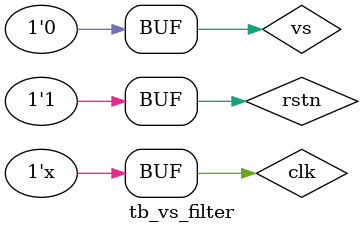
<source format=v>
`timescale 1ns / 1ps


module tb_vs_filter(

    );

reg clk ;
reg rstn ;
reg vs ;

always #0.5 clk = ~clk ;

initial begin
    clk  = 0 ;
    rstn = 0 ;
    vs   = 0 ;
    
    
    #200.6;
    rstn =  1;
    
    #500 ;
    
    vs = 1 ;
    #20;
    vs = 0 ;
    #2000;
    
    vs = 1 ;
    #20;
    vs = 0 ;
    #2000;
    
    vs = 1 ;
    #20;
    vs = 0 ;
    #2000;
    
    
    vs = 1 ;
    #20;
    vs = 0 ;
    #2000;
    
    vs = 1 ;
    #20;
    vs = 0 ;
    #2050; 
    

    vs = 1 ;
    #20;
    vs = 0 ;
    #2000; 


    vs = 1 ;
    #20;
    vs = 0 ;
    #2051; 
    
    
    vs = 1 ;
    #20;
    vs = 0 ;
    #2000;   
    
    
    vs = 1 ;
    #20;
    vs = 0 ;
    #2000; 


    vs = 1 ;
    #20;
    vs = 0 ;
    #2000; 


    vs = 1 ;
    #20;
    vs = 0 ;
    #2000; 


    vs = 1 ;
    #20;
    vs = 0 ;
    #2000; 



    vs = 1 ;
    #20;
    vs = 0 ;
    #2000;     
  
    vs = 1 ;
    #20;
    vs = 0 ;
    #2000;  
    
        vs = 1 ;
    #20;
    vs = 0 ;
    #2000;  
    
    
    
    vs = 1 ;
    #20;
    vs = 0 ;
    #2000;  
    
    
    vs = 1 ;
    #20;
    vs = 0 ;
    #2000;  



    #10000;
    vs = 1 ;
    #20;
    vs = 0 ;
    #2000;  

    #10000;
    vs = 1 ;
    #20;
    vs = 0 ;
    #2000;  
    
    
    
        #10000;
    vs = 1 ;
    #20;
    vs = 0 ;
    #2000;  
    
    
    
        #10000;
    vs = 1 ;
    #20;
    vs = 0 ;
    #2000;  
    
    
    
        #10000;
    vs = 1 ;
    #20;
    vs = 0 ;
    #2000;  
    
    
    
        #10000;
    vs = 1 ;
    #20;
    vs = 0 ;
    #2000;  
    
    
        #10000;
    vs = 1 ;
    #20;
    vs = 0 ;
    #2000;  
end





vs_filter   vs_filter_u (
    .CLK_I         (clk  ),
    .RSTN_I        (rstn ),
    .VS_I          (vs   ),// __|————|_____ 
    .VS_O          (vs_o ),//  --- 检测下沿，生成使能信号，保证输出占空比和输入一致 -- 无延时
    .VS_STABLE_O   (vs_stable ),


.FILTER_EN_I                 (1)   ,
.FILTER_TIMES_I              (3)   ,
.FILTER_THRESHHOLD_CLKPRD_I  (55)    //差值





    // 


);

    
    
    
endmodule

</source>
